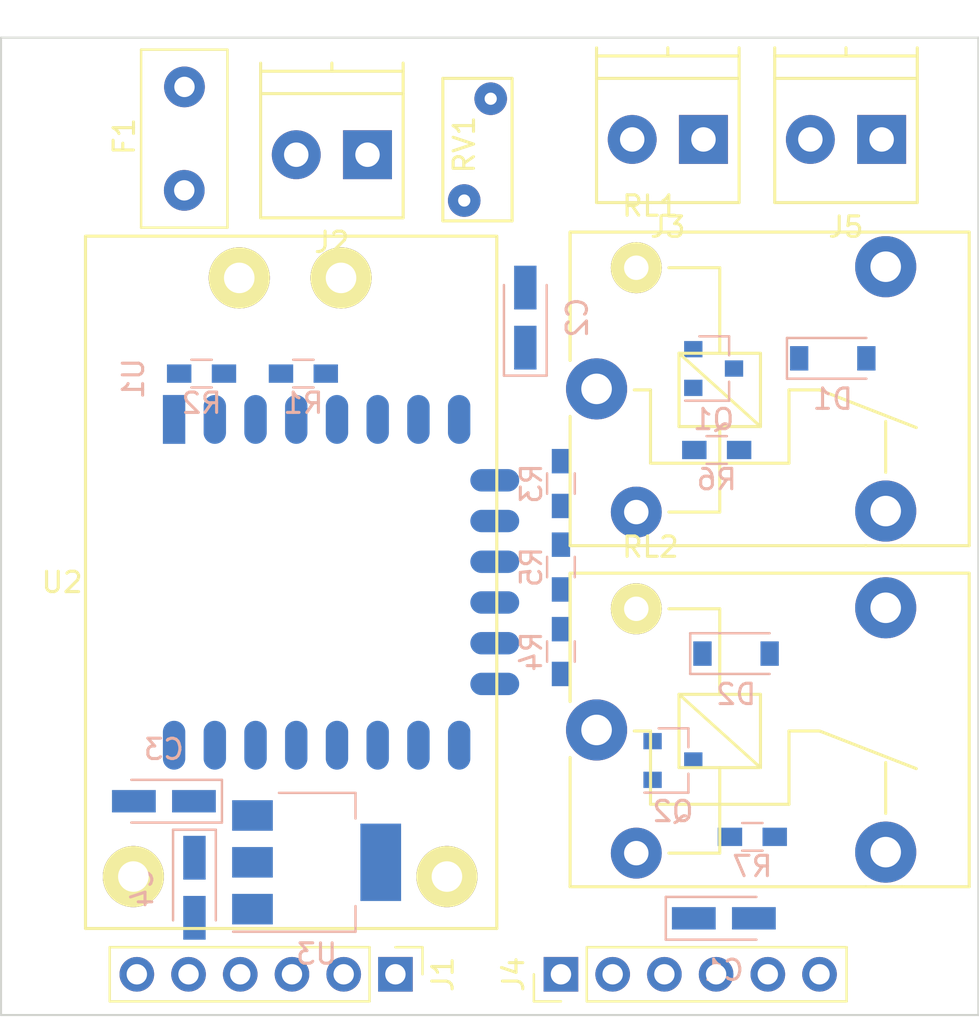
<source format=kicad_pcb>
(kicad_pcb (version 20170123) (host pcbnew no-vcs-found-aeac415~59~ubuntu16.04.1)

  (general
    (thickness 1.6)
    (drawings 4)
    (tracks 0)
    (zones 0)
    (modules 27)
    (nets 23)
  )

  (page A4)
  (layers
    (0 F.Cu signal)
    (31 B.Cu signal)
    (32 B.Adhes user)
    (33 F.Adhes user)
    (34 B.Paste user)
    (35 F.Paste user)
    (36 B.SilkS user)
    (37 F.SilkS user)
    (38 B.Mask user)
    (39 F.Mask user)
    (40 Dwgs.User user)
    (41 Cmts.User user)
    (42 Eco1.User user)
    (43 Eco2.User user)
    (44 Edge.Cuts user)
    (45 Margin user)
    (46 B.CrtYd user)
    (47 F.CrtYd user)
    (48 B.Fab user)
    (49 F.Fab user)
  )

  (setup
    (last_trace_width 0.25)
    (trace_clearance 0)
    (zone_clearance 0.508)
    (zone_45_only no)
    (trace_min 0.2)
    (segment_width 0.2)
    (edge_width 0.1)
    (via_size 0.8)
    (via_drill 0.4)
    (via_min_size 0.4)
    (via_min_drill 0.3)
    (uvia_size 0.3)
    (uvia_drill 0.1)
    (uvias_allowed no)
    (uvia_min_size 0.2)
    (uvia_min_drill 0.1)
    (pcb_text_width 0.3)
    (pcb_text_size 1.5 1.5)
    (mod_edge_width 0.15)
    (mod_text_size 1 1)
    (mod_text_width 0.15)
    (pad_size 1.5 1.5)
    (pad_drill 0.6)
    (pad_to_mask_clearance 0)
    (aux_axis_origin 0 0)
    (visible_elements FFFFFF7F)
    (pcbplotparams
      (layerselection 0x00030_ffffffff)
      (usegerberextensions false)
      (excludeedgelayer true)
      (linewidth 0.100000)
      (plotframeref false)
      (viasonmask false)
      (mode 1)
      (useauxorigin false)
      (hpglpennumber 1)
      (hpglpenspeed 20)
      (hpglpendiameter 15)
      (psnegative false)
      (psa4output false)
      (plotreference true)
      (plotvalue true)
      (plotinvisibletext false)
      (padsonsilk false)
      (subtractmaskfromsilk false)
      (outputformat 1)
      (mirror false)
      (drillshape 1)
      (scaleselection 1)
      (outputdirectory ""))
  )

  (net 0 "")
  (net 1 GND)
  (net 2 /RESET)
  (net 3 +3V3)
  (net 4 "Net-(F1-Pad2)")
  (net 5 /RX)
  (net 6 /TX)
  (net 7 /DTR)
  (net 8 "Net-(Q1-Pad1)")
  (net 9 "Net-(Q2-Pad1)")
  (net 10 "Net-(R3-Pad2)")
  (net 11 "Net-(R5-Pad1)")
  (net 12 +5V)
  (net 13 "Net-(D1-Pad2)")
  (net 14 "Net-(D2-Pad2)")
  (net 15 /L)
  (net 16 /N)
  (net 17 /REL_SW1)
  (net 18 /REL_SW2)
  (net 19 /RELAY_CH1)
  (net 20 /RELAY_CH2)
  (net 21 /433_RX_DATA)
  (net 22 "Net-(R1-Pad1)")

  (net_class Default "This is the default net class."
    (clearance 0)
    (trace_width 0.25)
    (via_dia 0.8)
    (via_drill 0.4)
    (uvia_dia 0.3)
    (uvia_drill 0.1)
    (add_net +3V3)
    (add_net +5V)
    (add_net /433_RX_DATA)
    (add_net /DTR)
    (add_net /L)
    (add_net /N)
    (add_net /RELAY_CH1)
    (add_net /RELAY_CH2)
    (add_net /REL_SW1)
    (add_net /REL_SW2)
    (add_net /RESET)
    (add_net /RX)
    (add_net /TX)
    (add_net GND)
    (add_net "Net-(D1-Pad2)")
    (add_net "Net-(D2-Pad2)")
    (add_net "Net-(F1-Pad2)")
    (add_net "Net-(Q1-Pad1)")
    (add_net "Net-(Q2-Pad1)")
    (add_net "Net-(R1-Pad1)")
    (add_net "Net-(R3-Pad2)")
    (add_net "Net-(R5-Pad1)")
  )

  (module Diodes_SMD:D_SOD-123 (layer B.Cu) (tedit 58645DC7) (tstamp 59A00FF6)
    (at 140.85 65.75)
    (descr SOD-123)
    (tags SOD-123)
    (path /599FBCC4)
    (attr smd)
    (fp_text reference D1 (at 0 2) (layer B.SilkS)
      (effects (font (size 1 1) (thickness 0.15)) (justify mirror))
    )
    (fp_text value 1N4148 (at 0 -2.1) (layer B.Fab)
      (effects (font (size 1 1) (thickness 0.15)) (justify mirror))
    )
    (fp_text user %R (at 0 2) (layer B.Fab)
      (effects (font (size 1 1) (thickness 0.15)) (justify mirror))
    )
    (fp_line (start -2.25 1) (end -2.25 -1) (layer B.SilkS) (width 0.12))
    (fp_line (start 0.25 0) (end 0.75 0) (layer B.Fab) (width 0.1))
    (fp_line (start 0.25 -0.4) (end -0.35 0) (layer B.Fab) (width 0.1))
    (fp_line (start 0.25 0.4) (end 0.25 -0.4) (layer B.Fab) (width 0.1))
    (fp_line (start -0.35 0) (end 0.25 0.4) (layer B.Fab) (width 0.1))
    (fp_line (start -0.35 0) (end -0.35 -0.55) (layer B.Fab) (width 0.1))
    (fp_line (start -0.35 0) (end -0.35 0.55) (layer B.Fab) (width 0.1))
    (fp_line (start -0.75 0) (end -0.35 0) (layer B.Fab) (width 0.1))
    (fp_line (start -1.4 -0.9) (end -1.4 0.9) (layer B.Fab) (width 0.1))
    (fp_line (start 1.4 -0.9) (end -1.4 -0.9) (layer B.Fab) (width 0.1))
    (fp_line (start 1.4 0.9) (end 1.4 -0.9) (layer B.Fab) (width 0.1))
    (fp_line (start -1.4 0.9) (end 1.4 0.9) (layer B.Fab) (width 0.1))
    (fp_line (start -2.35 1.15) (end 2.35 1.15) (layer B.CrtYd) (width 0.05))
    (fp_line (start 2.35 1.15) (end 2.35 -1.15) (layer B.CrtYd) (width 0.05))
    (fp_line (start 2.35 -1.15) (end -2.35 -1.15) (layer B.CrtYd) (width 0.05))
    (fp_line (start -2.35 1.15) (end -2.35 -1.15) (layer B.CrtYd) (width 0.05))
    (fp_line (start -2.25 -1) (end 1.65 -1) (layer B.SilkS) (width 0.12))
    (fp_line (start -2.25 1) (end 1.65 1) (layer B.SilkS) (width 0.12))
    (pad 1 smd rect (at -1.65 0) (size 0.9 1.2) (layers B.Cu B.Paste B.Mask)
      (net 12 +5V))
    (pad 2 smd rect (at 1.65 0) (size 0.9 1.2) (layers B.Cu B.Paste B.Mask)
      (net 13 "Net-(D1-Pad2)"))
    (model ${KISYS3DMOD}/SOD_Packages_SMD.3dshapes/SOD123.stp
      (at (xyz 0 0 0))
      (scale (xyz 1 1 1))
      (rotate (xyz 0 0 90))
    )
  )

  (module Diodes_SMD:D_SOD-123 (layer B.Cu) (tedit 58645DC7) (tstamp 59A0100F)
    (at 136.1 80.25)
    (descr SOD-123)
    (tags SOD-123)
    (path /599F3D16)
    (attr smd)
    (fp_text reference D2 (at 0 2) (layer B.SilkS)
      (effects (font (size 1 1) (thickness 0.15)) (justify mirror))
    )
    (fp_text value 1N4148 (at 0 -2.1) (layer B.Fab)
      (effects (font (size 1 1) (thickness 0.15)) (justify mirror))
    )
    (fp_line (start -2.25 1) (end 1.65 1) (layer B.SilkS) (width 0.12))
    (fp_line (start -2.25 -1) (end 1.65 -1) (layer B.SilkS) (width 0.12))
    (fp_line (start -2.35 1.15) (end -2.35 -1.15) (layer B.CrtYd) (width 0.05))
    (fp_line (start 2.35 -1.15) (end -2.35 -1.15) (layer B.CrtYd) (width 0.05))
    (fp_line (start 2.35 1.15) (end 2.35 -1.15) (layer B.CrtYd) (width 0.05))
    (fp_line (start -2.35 1.15) (end 2.35 1.15) (layer B.CrtYd) (width 0.05))
    (fp_line (start -1.4 0.9) (end 1.4 0.9) (layer B.Fab) (width 0.1))
    (fp_line (start 1.4 0.9) (end 1.4 -0.9) (layer B.Fab) (width 0.1))
    (fp_line (start 1.4 -0.9) (end -1.4 -0.9) (layer B.Fab) (width 0.1))
    (fp_line (start -1.4 -0.9) (end -1.4 0.9) (layer B.Fab) (width 0.1))
    (fp_line (start -0.75 0) (end -0.35 0) (layer B.Fab) (width 0.1))
    (fp_line (start -0.35 0) (end -0.35 0.55) (layer B.Fab) (width 0.1))
    (fp_line (start -0.35 0) (end -0.35 -0.55) (layer B.Fab) (width 0.1))
    (fp_line (start -0.35 0) (end 0.25 0.4) (layer B.Fab) (width 0.1))
    (fp_line (start 0.25 0.4) (end 0.25 -0.4) (layer B.Fab) (width 0.1))
    (fp_line (start 0.25 -0.4) (end -0.35 0) (layer B.Fab) (width 0.1))
    (fp_line (start 0.25 0) (end 0.75 0) (layer B.Fab) (width 0.1))
    (fp_line (start -2.25 1) (end -2.25 -1) (layer B.SilkS) (width 0.12))
    (fp_text user %R (at 0 2) (layer B.Fab)
      (effects (font (size 1 1) (thickness 0.15)) (justify mirror))
    )
    (pad 2 smd rect (at 1.65 0) (size 0.9 1.2) (layers B.Cu B.Paste B.Mask)
      (net 14 "Net-(D2-Pad2)"))
    (pad 1 smd rect (at -1.65 0) (size 0.9 1.2) (layers B.Cu B.Paste B.Mask)
      (net 12 +5V))
    (model ${KISYS3DMOD}/SOD_Packages_SMD.3dshapes/SOD123.stp
      (at (xyz 0 0 0))
      (scale (xyz 1 1 1))
      (rotate (xyz 0 0 90))
    )
  )

  (module Pin_Headers:Pin_Header_Straight_1x06_Pitch2.54mm (layer F.Cu) (tedit 59650532) (tstamp 59A010AF)
    (at 127.5 96 90)
    (descr "Through hole straight pin header, 1x06, 2.54mm pitch, single row")
    (tags "Through hole pin header THT 1x06 2.54mm single row")
    (path /59A0F431)
    (fp_text reference J4 (at 0 -2.33 90) (layer F.SilkS)
      (effects (font (size 1 1) (thickness 0.15)))
    )
    (fp_text value H3V4F (at 0 15.03 90) (layer F.Fab)
      (effects (font (size 1 1) (thickness 0.15)))
    )
    (fp_text user %R (at 0 6.35 180) (layer F.Fab)
      (effects (font (size 1 1) (thickness 0.15)))
    )
    (fp_line (start 1.8 -1.8) (end -1.8 -1.8) (layer F.CrtYd) (width 0.05))
    (fp_line (start 1.8 14.5) (end 1.8 -1.8) (layer F.CrtYd) (width 0.05))
    (fp_line (start -1.8 14.5) (end 1.8 14.5) (layer F.CrtYd) (width 0.05))
    (fp_line (start -1.8 -1.8) (end -1.8 14.5) (layer F.CrtYd) (width 0.05))
    (fp_line (start -1.33 -1.33) (end 0 -1.33) (layer F.SilkS) (width 0.12))
    (fp_line (start -1.33 0) (end -1.33 -1.33) (layer F.SilkS) (width 0.12))
    (fp_line (start -1.33 1.27) (end 1.33 1.27) (layer F.SilkS) (width 0.12))
    (fp_line (start 1.33 1.27) (end 1.33 14.03) (layer F.SilkS) (width 0.12))
    (fp_line (start -1.33 1.27) (end -1.33 14.03) (layer F.SilkS) (width 0.12))
    (fp_line (start -1.33 14.03) (end 1.33 14.03) (layer F.SilkS) (width 0.12))
    (fp_line (start -1.27 -0.635) (end -0.635 -1.27) (layer F.Fab) (width 0.1))
    (fp_line (start -1.27 13.97) (end -1.27 -0.635) (layer F.Fab) (width 0.1))
    (fp_line (start 1.27 13.97) (end -1.27 13.97) (layer F.Fab) (width 0.1))
    (fp_line (start 1.27 -1.27) (end 1.27 13.97) (layer F.Fab) (width 0.1))
    (fp_line (start -0.635 -1.27) (end 1.27 -1.27) (layer F.Fab) (width 0.1))
    (pad 6 thru_hole oval (at 0 12.7 90) (size 1.7 1.7) (drill 1) (layers *.Cu *.Mask)
      (net 1 GND))
    (pad 5 thru_hole oval (at 0 10.16 90) (size 1.7 1.7) (drill 1) (layers *.Cu *.Mask)
      (net 21 /433_RX_DATA))
    (pad 4 thru_hole oval (at 0 7.62 90) (size 1.7 1.7) (drill 1) (layers *.Cu *.Mask)
      (net 21 /433_RX_DATA))
    (pad 3 thru_hole oval (at 0 5.08 90) (size 1.7 1.7) (drill 1) (layers *.Cu *.Mask)
      (net 3 +3V3))
    (pad 2 thru_hole oval (at 0 2.54 90) (size 1.7 1.7) (drill 1) (layers *.Cu *.Mask)
      (net 1 GND))
    (pad 1 thru_hole rect (at 0 0 90) (size 1.7 1.7) (drill 1) (layers *.Cu *.Mask))
    (model ${KISYS3DMOD}/Pin_Headers.3dshapes/PinHeader_Straight_1x06x2.54mm.stp
      (at (xyz 0 0 0))
      (scale (xyz 1 1 1))
      (rotate (xyz 0 0 0))
    )
  )

  (module TO_SOT_Packages_SMD:SOT-23 (layer B.Cu) (tedit 58CE4E7E) (tstamp 59A010D7)
    (at 135 66.25)
    (descr "SOT-23, Standard")
    (tags SOT-23)
    (path /599FBCB7)
    (attr smd)
    (fp_text reference Q1 (at 0 2.5) (layer B.SilkS)
      (effects (font (size 1 1) (thickness 0.15)) (justify mirror))
    )
    (fp_text value MMBT2222 (at 0 -2.5) (layer B.Fab)
      (effects (font (size 1 1) (thickness 0.15)) (justify mirror))
    )
    (fp_line (start 0.76 -1.58) (end -0.7 -1.58) (layer B.SilkS) (width 0.12))
    (fp_line (start 0.76 1.58) (end -1.4 1.58) (layer B.SilkS) (width 0.12))
    (fp_line (start -1.7 -1.75) (end -1.7 1.75) (layer B.CrtYd) (width 0.05))
    (fp_line (start 1.7 -1.75) (end -1.7 -1.75) (layer B.CrtYd) (width 0.05))
    (fp_line (start 1.7 1.75) (end 1.7 -1.75) (layer B.CrtYd) (width 0.05))
    (fp_line (start -1.7 1.75) (end 1.7 1.75) (layer B.CrtYd) (width 0.05))
    (fp_line (start 0.76 1.58) (end 0.76 0.65) (layer B.SilkS) (width 0.12))
    (fp_line (start 0.76 -1.58) (end 0.76 -0.65) (layer B.SilkS) (width 0.12))
    (fp_line (start -0.7 -1.52) (end 0.7 -1.52) (layer B.Fab) (width 0.1))
    (fp_line (start 0.7 1.52) (end 0.7 -1.52) (layer B.Fab) (width 0.1))
    (fp_line (start -0.7 0.95) (end -0.15 1.52) (layer B.Fab) (width 0.1))
    (fp_line (start -0.15 1.52) (end 0.7 1.52) (layer B.Fab) (width 0.1))
    (fp_line (start -0.7 0.95) (end -0.7 -1.5) (layer B.Fab) (width 0.1))
    (fp_text user %R (at 0 0 -90) (layer B.Fab)
      (effects (font (size 0.5 0.5) (thickness 0.075)) (justify mirror))
    )
    (pad 3 smd rect (at 1 0) (size 0.9 0.8) (layers B.Cu B.Paste B.Mask)
      (net 13 "Net-(D1-Pad2)"))
    (pad 2 smd rect (at -1 -0.95) (size 0.9 0.8) (layers B.Cu B.Paste B.Mask)
      (net 1 GND))
    (pad 1 smd rect (at -1 0.95) (size 0.9 0.8) (layers B.Cu B.Paste B.Mask)
      (net 8 "Net-(Q1-Pad1)"))
    (model ${KISYS3DMOD}/SOT_Packages_SMD.3dshapes/SOT23-3.stp
      (at (xyz 0 0 0))
      (scale (xyz 1 1 1))
      (rotate (xyz 0 0 0))
    )
  )

  (module TO_SOT_Packages_SMD:SOT-23 (layer B.Cu) (tedit 58CE4E7E) (tstamp 59A010EC)
    (at 133 85.5)
    (descr "SOT-23, Standard")
    (tags SOT-23)
    (path /599BD0E0)
    (attr smd)
    (fp_text reference Q2 (at 0 2.5) (layer B.SilkS)
      (effects (font (size 1 1) (thickness 0.15)) (justify mirror))
    )
    (fp_text value MMBT2222 (at 0 -2.5) (layer B.Fab)
      (effects (font (size 1 1) (thickness 0.15)) (justify mirror))
    )
    (fp_text user %R (at 0 0 -90) (layer B.Fab)
      (effects (font (size 0.5 0.5) (thickness 0.075)) (justify mirror))
    )
    (fp_line (start -0.7 0.95) (end -0.7 -1.5) (layer B.Fab) (width 0.1))
    (fp_line (start -0.15 1.52) (end 0.7 1.52) (layer B.Fab) (width 0.1))
    (fp_line (start -0.7 0.95) (end -0.15 1.52) (layer B.Fab) (width 0.1))
    (fp_line (start 0.7 1.52) (end 0.7 -1.52) (layer B.Fab) (width 0.1))
    (fp_line (start -0.7 -1.52) (end 0.7 -1.52) (layer B.Fab) (width 0.1))
    (fp_line (start 0.76 -1.58) (end 0.76 -0.65) (layer B.SilkS) (width 0.12))
    (fp_line (start 0.76 1.58) (end 0.76 0.65) (layer B.SilkS) (width 0.12))
    (fp_line (start -1.7 1.75) (end 1.7 1.75) (layer B.CrtYd) (width 0.05))
    (fp_line (start 1.7 1.75) (end 1.7 -1.75) (layer B.CrtYd) (width 0.05))
    (fp_line (start 1.7 -1.75) (end -1.7 -1.75) (layer B.CrtYd) (width 0.05))
    (fp_line (start -1.7 -1.75) (end -1.7 1.75) (layer B.CrtYd) (width 0.05))
    (fp_line (start 0.76 1.58) (end -1.4 1.58) (layer B.SilkS) (width 0.12))
    (fp_line (start 0.76 -1.58) (end -0.7 -1.58) (layer B.SilkS) (width 0.12))
    (pad 1 smd rect (at -1 0.95) (size 0.9 0.8) (layers B.Cu B.Paste B.Mask)
      (net 9 "Net-(Q2-Pad1)"))
    (pad 2 smd rect (at -1 -0.95) (size 0.9 0.8) (layers B.Cu B.Paste B.Mask)
      (net 1 GND))
    (pad 3 smd rect (at 1 0) (size 0.9 0.8) (layers B.Cu B.Paste B.Mask)
      (net 14 "Net-(D2-Pad2)"))
    (model ${KISYS3DMOD}/SOT_Packages_SMD.3dshapes/SOT23-3.stp
      (at (xyz 0 0 0))
      (scale (xyz 1 1 1))
      (rotate (xyz 0 0 0))
    )
  )

  (module Resistors_SMD:R_0603_HandSoldering (layer B.Cu) (tedit 58E0A804) (tstamp 59A010FD)
    (at 114.85 66.5)
    (descr "Resistor SMD 0603, hand soldering")
    (tags "resistor 0603")
    (path /58E81DD9)
    (attr smd)
    (fp_text reference R1 (at 0 1.45) (layer B.SilkS)
      (effects (font (size 1 1) (thickness 0.15)) (justify mirror))
    )
    (fp_text value 10K (at 0 -1.55) (layer B.Fab)
      (effects (font (size 1 1) (thickness 0.15)) (justify mirror))
    )
    (fp_text user %R (at 0 0) (layer B.Fab)
      (effects (font (size 0.4 0.4) (thickness 0.075)) (justify mirror))
    )
    (fp_line (start -0.8 -0.4) (end -0.8 0.4) (layer B.Fab) (width 0.1))
    (fp_line (start 0.8 -0.4) (end -0.8 -0.4) (layer B.Fab) (width 0.1))
    (fp_line (start 0.8 0.4) (end 0.8 -0.4) (layer B.Fab) (width 0.1))
    (fp_line (start -0.8 0.4) (end 0.8 0.4) (layer B.Fab) (width 0.1))
    (fp_line (start 0.5 -0.68) (end -0.5 -0.68) (layer B.SilkS) (width 0.12))
    (fp_line (start -0.5 0.68) (end 0.5 0.68) (layer B.SilkS) (width 0.12))
    (fp_line (start -1.96 0.7) (end 1.95 0.7) (layer B.CrtYd) (width 0.05))
    (fp_line (start -1.96 0.7) (end -1.96 -0.7) (layer B.CrtYd) (width 0.05))
    (fp_line (start 1.95 -0.7) (end 1.95 0.7) (layer B.CrtYd) (width 0.05))
    (fp_line (start 1.95 -0.7) (end -1.96 -0.7) (layer B.CrtYd) (width 0.05))
    (pad 1 smd rect (at -1.1 0) (size 1.2 0.9) (layers B.Cu B.Paste B.Mask)
      (net 22 "Net-(R1-Pad1)"))
    (pad 2 smd rect (at 1.1 0) (size 1.2 0.9) (layers B.Cu B.Paste B.Mask)
      (net 3 +3V3))
    (model ${KISYS3DMOD}/Resistors_SMD.3dshapes/R_0603.wrl
      (at (xyz 0 0 0))
      (scale (xyz 1 1 1))
      (rotate (xyz 0 0 0))
    )
  )

  (module Resistors_SMD:R_0603_HandSoldering (layer B.Cu) (tedit 58E0A804) (tstamp 59A0110E)
    (at 109.85 66.5)
    (descr "Resistor SMD 0603, hand soldering")
    (tags "resistor 0603")
    (path /58E85927)
    (attr smd)
    (fp_text reference R2 (at 0 1.45) (layer B.SilkS)
      (effects (font (size 1 1) (thickness 0.15)) (justify mirror))
    )
    (fp_text value 10K (at 0 -1.55) (layer B.Fab)
      (effects (font (size 1 1) (thickness 0.15)) (justify mirror))
    )
    (fp_line (start 1.95 -0.7) (end -1.96 -0.7) (layer B.CrtYd) (width 0.05))
    (fp_line (start 1.95 -0.7) (end 1.95 0.7) (layer B.CrtYd) (width 0.05))
    (fp_line (start -1.96 0.7) (end -1.96 -0.7) (layer B.CrtYd) (width 0.05))
    (fp_line (start -1.96 0.7) (end 1.95 0.7) (layer B.CrtYd) (width 0.05))
    (fp_line (start -0.5 0.68) (end 0.5 0.68) (layer B.SilkS) (width 0.12))
    (fp_line (start 0.5 -0.68) (end -0.5 -0.68) (layer B.SilkS) (width 0.12))
    (fp_line (start -0.8 0.4) (end 0.8 0.4) (layer B.Fab) (width 0.1))
    (fp_line (start 0.8 0.4) (end 0.8 -0.4) (layer B.Fab) (width 0.1))
    (fp_line (start 0.8 -0.4) (end -0.8 -0.4) (layer B.Fab) (width 0.1))
    (fp_line (start -0.8 -0.4) (end -0.8 0.4) (layer B.Fab) (width 0.1))
    (fp_text user %R (at 0 0) (layer B.Fab)
      (effects (font (size 0.4 0.4) (thickness 0.075)) (justify mirror))
    )
    (pad 2 smd rect (at 1.1 0) (size 1.2 0.9) (layers B.Cu B.Paste B.Mask)
      (net 3 +3V3))
    (pad 1 smd rect (at -1.1 0) (size 1.2 0.9) (layers B.Cu B.Paste B.Mask)
      (net 2 /RESET))
    (model ${KISYS3DMOD}/Resistors_SMD.3dshapes/R_0603.wrl
      (at (xyz 0 0 0))
      (scale (xyz 1 1 1))
      (rotate (xyz 0 0 0))
    )
  )

  (module Resistors_SMD:R_0603_HandSoldering (layer B.Cu) (tedit 58E0A804) (tstamp 59A0111F)
    (at 127.5 71.9 270)
    (descr "Resistor SMD 0603, hand soldering")
    (tags "resistor 0603")
    (path /58E830AB)
    (attr smd)
    (fp_text reference R3 (at 0 1.45 270) (layer B.SilkS)
      (effects (font (size 1 1) (thickness 0.15)) (justify mirror))
    )
    (fp_text value 10K (at 0 -1.55 270) (layer B.Fab)
      (effects (font (size 1 1) (thickness 0.15)) (justify mirror))
    )
    (fp_line (start 1.95 -0.7) (end -1.96 -0.7) (layer B.CrtYd) (width 0.05))
    (fp_line (start 1.95 -0.7) (end 1.95 0.7) (layer B.CrtYd) (width 0.05))
    (fp_line (start -1.96 0.7) (end -1.96 -0.7) (layer B.CrtYd) (width 0.05))
    (fp_line (start -1.96 0.7) (end 1.95 0.7) (layer B.CrtYd) (width 0.05))
    (fp_line (start -0.5 0.68) (end 0.5 0.68) (layer B.SilkS) (width 0.12))
    (fp_line (start 0.5 -0.68) (end -0.5 -0.68) (layer B.SilkS) (width 0.12))
    (fp_line (start -0.8 0.4) (end 0.8 0.4) (layer B.Fab) (width 0.1))
    (fp_line (start 0.8 0.4) (end 0.8 -0.4) (layer B.Fab) (width 0.1))
    (fp_line (start 0.8 -0.4) (end -0.8 -0.4) (layer B.Fab) (width 0.1))
    (fp_line (start -0.8 -0.4) (end -0.8 0.4) (layer B.Fab) (width 0.1))
    (fp_text user %R (at 0 0 270) (layer B.Fab)
      (effects (font (size 0.4 0.4) (thickness 0.075)) (justify mirror))
    )
    (pad 2 smd rect (at 1.1 0 270) (size 1.2 0.9) (layers B.Cu B.Paste B.Mask)
      (net 10 "Net-(R3-Pad2)"))
    (pad 1 smd rect (at -1.1 0 270) (size 1.2 0.9) (layers B.Cu B.Paste B.Mask)
      (net 1 GND))
    (model ${KISYS3DMOD}/Resistors_SMD.3dshapes/R_0603.wrl
      (at (xyz 0 0 0))
      (scale (xyz 1 1 1))
      (rotate (xyz 0 0 0))
    )
  )

  (module Resistors_SMD:R_0603_HandSoldering (layer B.Cu) (tedit 58E0A804) (tstamp 59A01130)
    (at 127.5 80.15 270)
    (descr "Resistor SMD 0603, hand soldering")
    (tags "resistor 0603")
    (path /58E7D822)
    (attr smd)
    (fp_text reference R4 (at 0 1.45 270) (layer B.SilkS)
      (effects (font (size 1 1) (thickness 0.15)) (justify mirror))
    )
    (fp_text value 10K (at 0 -1.55 270) (layer B.Fab)
      (effects (font (size 1 1) (thickness 0.15)) (justify mirror))
    )
    (fp_text user %R (at 0 0 270) (layer B.Fab)
      (effects (font (size 0.4 0.4) (thickness 0.075)) (justify mirror))
    )
    (fp_line (start -0.8 -0.4) (end -0.8 0.4) (layer B.Fab) (width 0.1))
    (fp_line (start 0.8 -0.4) (end -0.8 -0.4) (layer B.Fab) (width 0.1))
    (fp_line (start 0.8 0.4) (end 0.8 -0.4) (layer B.Fab) (width 0.1))
    (fp_line (start -0.8 0.4) (end 0.8 0.4) (layer B.Fab) (width 0.1))
    (fp_line (start 0.5 -0.68) (end -0.5 -0.68) (layer B.SilkS) (width 0.12))
    (fp_line (start -0.5 0.68) (end 0.5 0.68) (layer B.SilkS) (width 0.12))
    (fp_line (start -1.96 0.7) (end 1.95 0.7) (layer B.CrtYd) (width 0.05))
    (fp_line (start -1.96 0.7) (end -1.96 -0.7) (layer B.CrtYd) (width 0.05))
    (fp_line (start 1.95 -0.7) (end 1.95 0.7) (layer B.CrtYd) (width 0.05))
    (fp_line (start 1.95 -0.7) (end -1.96 -0.7) (layer B.CrtYd) (width 0.05))
    (pad 1 smd rect (at -1.1 0 270) (size 1.2 0.9) (layers B.Cu B.Paste B.Mask)
      (net 7 /DTR))
    (pad 2 smd rect (at 1.1 0 270) (size 1.2 0.9) (layers B.Cu B.Paste B.Mask)
      (net 3 +3V3))
    (model ${KISYS3DMOD}/Resistors_SMD.3dshapes/R_0603.wrl
      (at (xyz 0 0 0))
      (scale (xyz 1 1 1))
      (rotate (xyz 0 0 0))
    )
  )

  (module Resistors_SMD:R_0603_HandSoldering (layer B.Cu) (tedit 58E0A804) (tstamp 59A01141)
    (at 127.5 76 270)
    (descr "Resistor SMD 0603, hand soldering")
    (tags "resistor 0603")
    (path /58E7EA7B)
    (attr smd)
    (fp_text reference R5 (at 0 1.45 270) (layer B.SilkS)
      (effects (font (size 1 1) (thickness 0.15)) (justify mirror))
    )
    (fp_text value 10K (at 0 -1.55 270) (layer B.Fab)
      (effects (font (size 1 1) (thickness 0.15)) (justify mirror))
    )
    (fp_line (start 1.95 -0.7) (end -1.96 -0.7) (layer B.CrtYd) (width 0.05))
    (fp_line (start 1.95 -0.7) (end 1.95 0.7) (layer B.CrtYd) (width 0.05))
    (fp_line (start -1.96 0.7) (end -1.96 -0.7) (layer B.CrtYd) (width 0.05))
    (fp_line (start -1.96 0.7) (end 1.95 0.7) (layer B.CrtYd) (width 0.05))
    (fp_line (start -0.5 0.68) (end 0.5 0.68) (layer B.SilkS) (width 0.12))
    (fp_line (start 0.5 -0.68) (end -0.5 -0.68) (layer B.SilkS) (width 0.12))
    (fp_line (start -0.8 0.4) (end 0.8 0.4) (layer B.Fab) (width 0.1))
    (fp_line (start 0.8 0.4) (end 0.8 -0.4) (layer B.Fab) (width 0.1))
    (fp_line (start 0.8 -0.4) (end -0.8 -0.4) (layer B.Fab) (width 0.1))
    (fp_line (start -0.8 -0.4) (end -0.8 0.4) (layer B.Fab) (width 0.1))
    (fp_text user %R (at 0 0 270) (layer B.Fab)
      (effects (font (size 0.4 0.4) (thickness 0.075)) (justify mirror))
    )
    (pad 2 smd rect (at 1.1 0 270) (size 1.2 0.9) (layers B.Cu B.Paste B.Mask)
      (net 3 +3V3))
    (pad 1 smd rect (at -1.1 0 270) (size 1.2 0.9) (layers B.Cu B.Paste B.Mask)
      (net 11 "Net-(R5-Pad1)"))
    (model ${KISYS3DMOD}/Resistors_SMD.3dshapes/R_0603.wrl
      (at (xyz 0 0 0))
      (scale (xyz 1 1 1))
      (rotate (xyz 0 0 0))
    )
  )

  (module Resistors_SMD:R_0603_HandSoldering (layer B.Cu) (tedit 58E0A804) (tstamp 59A01152)
    (at 135.15 70.25)
    (descr "Resistor SMD 0603, hand soldering")
    (tags "resistor 0603")
    (path /599FBCBD)
    (attr smd)
    (fp_text reference R6 (at 0 1.45) (layer B.SilkS)
      (effects (font (size 1 1) (thickness 0.15)) (justify mirror))
    )
    (fp_text value 5K6 (at 0 -1.55) (layer B.Fab)
      (effects (font (size 1 1) (thickness 0.15)) (justify mirror))
    )
    (fp_text user %R (at 0 0) (layer B.Fab)
      (effects (font (size 0.4 0.4) (thickness 0.075)) (justify mirror))
    )
    (fp_line (start -0.8 -0.4) (end -0.8 0.4) (layer B.Fab) (width 0.1))
    (fp_line (start 0.8 -0.4) (end -0.8 -0.4) (layer B.Fab) (width 0.1))
    (fp_line (start 0.8 0.4) (end 0.8 -0.4) (layer B.Fab) (width 0.1))
    (fp_line (start -0.8 0.4) (end 0.8 0.4) (layer B.Fab) (width 0.1))
    (fp_line (start 0.5 -0.68) (end -0.5 -0.68) (layer B.SilkS) (width 0.12))
    (fp_line (start -0.5 0.68) (end 0.5 0.68) (layer B.SilkS) (width 0.12))
    (fp_line (start -1.96 0.7) (end 1.95 0.7) (layer B.CrtYd) (width 0.05))
    (fp_line (start -1.96 0.7) (end -1.96 -0.7) (layer B.CrtYd) (width 0.05))
    (fp_line (start 1.95 -0.7) (end 1.95 0.7) (layer B.CrtYd) (width 0.05))
    (fp_line (start 1.95 -0.7) (end -1.96 -0.7) (layer B.CrtYd) (width 0.05))
    (pad 1 smd rect (at -1.1 0) (size 1.2 0.9) (layers B.Cu B.Paste B.Mask)
      (net 8 "Net-(Q1-Pad1)"))
    (pad 2 smd rect (at 1.1 0) (size 1.2 0.9) (layers B.Cu B.Paste B.Mask)
      (net 19 /RELAY_CH1))
    (model ${KISYS3DMOD}/Resistors_SMD.3dshapes/R_0603.wrl
      (at (xyz 0 0 0))
      (scale (xyz 1 1 1))
      (rotate (xyz 0 0 0))
    )
  )

  (module Resistors_SMD:R_0603_HandSoldering (layer B.Cu) (tedit 58E0A804) (tstamp 59A01163)
    (at 136.9 89.25)
    (descr "Resistor SMD 0603, hand soldering")
    (tags "resistor 0603")
    (path /599EF9F6)
    (attr smd)
    (fp_text reference R7 (at 0 1.45) (layer B.SilkS)
      (effects (font (size 1 1) (thickness 0.15)) (justify mirror))
    )
    (fp_text value 5K6 (at 0 -1.55) (layer B.Fab)
      (effects (font (size 1 1) (thickness 0.15)) (justify mirror))
    )
    (fp_line (start 1.95 -0.7) (end -1.96 -0.7) (layer B.CrtYd) (width 0.05))
    (fp_line (start 1.95 -0.7) (end 1.95 0.7) (layer B.CrtYd) (width 0.05))
    (fp_line (start -1.96 0.7) (end -1.96 -0.7) (layer B.CrtYd) (width 0.05))
    (fp_line (start -1.96 0.7) (end 1.95 0.7) (layer B.CrtYd) (width 0.05))
    (fp_line (start -0.5 0.68) (end 0.5 0.68) (layer B.SilkS) (width 0.12))
    (fp_line (start 0.5 -0.68) (end -0.5 -0.68) (layer B.SilkS) (width 0.12))
    (fp_line (start -0.8 0.4) (end 0.8 0.4) (layer B.Fab) (width 0.1))
    (fp_line (start 0.8 0.4) (end 0.8 -0.4) (layer B.Fab) (width 0.1))
    (fp_line (start 0.8 -0.4) (end -0.8 -0.4) (layer B.Fab) (width 0.1))
    (fp_line (start -0.8 -0.4) (end -0.8 0.4) (layer B.Fab) (width 0.1))
    (fp_text user %R (at 0 0) (layer B.Fab)
      (effects (font (size 0.4 0.4) (thickness 0.075)) (justify mirror))
    )
    (pad 2 smd rect (at 1.1 0) (size 1.2 0.9) (layers B.Cu B.Paste B.Mask)
      (net 20 /RELAY_CH2))
    (pad 1 smd rect (at -1.1 0) (size 1.2 0.9) (layers B.Cu B.Paste B.Mask)
      (net 9 "Net-(Q2-Pad1)"))
    (model ${KISYS3DMOD}/Resistors_SMD.3dshapes/R_0603.wrl
      (at (xyz 0 0 0))
      (scale (xyz 1 1 1))
      (rotate (xyz 0 0 0))
    )
  )

  (module myfootprints:RM50_P (layer F.Cu) (tedit 58D90598) (tstamp 59A01184)
    (at 129.25 67.25)
    (descr "relay, Sanyou SRD series Form C")
    (path /599FBCB1)
    (fp_text reference RL1 (at 2.643 -8.9845) (layer F.SilkS)
      (effects (font (size 1 1) (thickness 0.15)))
    )
    (fp_text value RM50-SP (at 8.231 -8.9845) (layer F.Fab)
      (effects (font (size 1 1) (thickness 0.15)))
    )
    (fp_line (start 13.2 7.7) (end 15 7.7) (layer F.SilkS) (width 0.15))
    (fp_line (start 15 7.7) (end 18.3 7.7) (layer F.SilkS) (width 0.15))
    (fp_line (start 18.3 7.7) (end 18.3 -7.7) (layer F.SilkS) (width 0.15))
    (fp_line (start -1.3 1.35) (end -1.3 7.7) (layer F.SilkS) (width 0.15))
    (fp_line (start -1.3 7.7) (end 13.25 7.7) (layer F.SilkS) (width 0.15))
    (fp_line (start -1.3 -1.4) (end -1.3 -7.7) (layer F.SilkS) (width 0.15))
    (fp_line (start -1.3 -7.7) (end 18.3 -7.7) (layer F.SilkS) (width 0.15))
    (fp_line (start -1.3 -7.65) (end -1.3 -1.4) (layer F.SilkS) (width 0.15))
    (fp_line (start 14.2 1.6) (end 14.2 4.1) (layer F.SilkS) (width 0.15))
    (fp_line (start 3.55 6.05) (end 6.05 6.05) (layer F.SilkS) (width 0.15))
    (fp_line (start 2.65 0.05) (end 1.85 0.05) (layer F.SilkS) (width 0.15))
    (fp_line (start 6.05 -5.95) (end 3.55 -5.95) (layer F.SilkS) (width 0.15))
    (fp_line (start 9.45 0.05) (end 10.95 0.05) (layer F.SilkS) (width 0.15))
    (fp_line (start 10.95 0.05) (end 15.7 1.9) (layer F.SilkS) (width 0.15))
    (fp_line (start 9.45 3.65) (end 2.65 3.65) (layer F.SilkS) (width 0.15))
    (fp_line (start 9.45 0.05) (end 9.45 3.65) (layer F.SilkS) (width 0.15))
    (fp_line (start 2.65 0.05) (end 2.65 3.65) (layer F.SilkS) (width 0.15))
    (fp_line (start 6.05 -5.95) (end 6.05 -1.75) (layer F.SilkS) (width 0.15))
    (fp_line (start 6.05 1.85) (end 6.05 6.05) (layer F.SilkS) (width 0.15))
    (fp_line (start 8.05 1.85) (end 4.05 -1.75) (layer F.SilkS) (width 0.15))
    (fp_line (start 4.05 1.85) (end 4.05 -1.75) (layer F.SilkS) (width 0.15))
    (fp_line (start 4.05 -1.75) (end 8.05 -1.75) (layer F.SilkS) (width 0.15))
    (fp_line (start 8.05 -1.75) (end 8.05 1.85) (layer F.SilkS) (width 0.15))
    (fp_line (start 8.05 1.85) (end 4.05 1.85) (layer F.SilkS) (width 0.15))
    (pad A2 thru_hole circle (at 1.95 6.05 90) (size 2.5 2.5) (drill 1.2) (layers *.Cu *.Mask)
      (net 13 "Net-(D1-Pad2)"))
    (pad A1 thru_hole circle (at 1.95 -5.95 90) (size 2.5 2.5) (drill 1.2) (layers *.Cu *.Mask F.SilkS)
      (net 12 +5V))
    (pad 11 thru_hole circle (at 0 0 90) (size 3 3) (drill 1.5) (layers *.Cu *.Mask)
      (net 17 /REL_SW1))
    (pad 14 thru_hole circle (at 14.2 6 90) (size 3 3) (drill 1.5) (layers *.Cu *.Mask)
      (net 15 /L))
    (pad 12 thru_hole circle (at 14.2 -6 90) (size 3 3) (drill 1.5) (layers *.Cu *.Mask))
    (model ${KISYS3DMOD}/Relays.3dshapes/rm50.stp
      (at (xyz 0 0 0))
      (scale (xyz 1 1 1))
      (rotate (xyz 0 0 0))
    )
  )

  (module myfootprints:RM50_P (layer F.Cu) (tedit 58D90598) (tstamp 59A011A5)
    (at 129.25 84)
    (descr "relay, Sanyou SRD series Form C")
    (path /599BC807)
    (fp_text reference RL2 (at 2.643 -8.9845) (layer F.SilkS)
      (effects (font (size 1 1) (thickness 0.15)))
    )
    (fp_text value RM50-SP (at 8.231 -8.9845) (layer F.Fab)
      (effects (font (size 1 1) (thickness 0.15)))
    )
    (fp_line (start 8.05 1.85) (end 4.05 1.85) (layer F.SilkS) (width 0.15))
    (fp_line (start 8.05 -1.75) (end 8.05 1.85) (layer F.SilkS) (width 0.15))
    (fp_line (start 4.05 -1.75) (end 8.05 -1.75) (layer F.SilkS) (width 0.15))
    (fp_line (start 4.05 1.85) (end 4.05 -1.75) (layer F.SilkS) (width 0.15))
    (fp_line (start 8.05 1.85) (end 4.05 -1.75) (layer F.SilkS) (width 0.15))
    (fp_line (start 6.05 1.85) (end 6.05 6.05) (layer F.SilkS) (width 0.15))
    (fp_line (start 6.05 -5.95) (end 6.05 -1.75) (layer F.SilkS) (width 0.15))
    (fp_line (start 2.65 0.05) (end 2.65 3.65) (layer F.SilkS) (width 0.15))
    (fp_line (start 9.45 0.05) (end 9.45 3.65) (layer F.SilkS) (width 0.15))
    (fp_line (start 9.45 3.65) (end 2.65 3.65) (layer F.SilkS) (width 0.15))
    (fp_line (start 10.95 0.05) (end 15.7 1.9) (layer F.SilkS) (width 0.15))
    (fp_line (start 9.45 0.05) (end 10.95 0.05) (layer F.SilkS) (width 0.15))
    (fp_line (start 6.05 -5.95) (end 3.55 -5.95) (layer F.SilkS) (width 0.15))
    (fp_line (start 2.65 0.05) (end 1.85 0.05) (layer F.SilkS) (width 0.15))
    (fp_line (start 3.55 6.05) (end 6.05 6.05) (layer F.SilkS) (width 0.15))
    (fp_line (start 14.2 1.6) (end 14.2 4.1) (layer F.SilkS) (width 0.15))
    (fp_line (start -1.3 -7.65) (end -1.3 -1.4) (layer F.SilkS) (width 0.15))
    (fp_line (start -1.3 -7.7) (end 18.3 -7.7) (layer F.SilkS) (width 0.15))
    (fp_line (start -1.3 -1.4) (end -1.3 -7.7) (layer F.SilkS) (width 0.15))
    (fp_line (start -1.3 7.7) (end 13.25 7.7) (layer F.SilkS) (width 0.15))
    (fp_line (start -1.3 1.35) (end -1.3 7.7) (layer F.SilkS) (width 0.15))
    (fp_line (start 18.3 7.7) (end 18.3 -7.7) (layer F.SilkS) (width 0.15))
    (fp_line (start 15 7.7) (end 18.3 7.7) (layer F.SilkS) (width 0.15))
    (fp_line (start 13.2 7.7) (end 15 7.7) (layer F.SilkS) (width 0.15))
    (pad 12 thru_hole circle (at 14.2 -6 90) (size 3 3) (drill 1.5) (layers *.Cu *.Mask))
    (pad 14 thru_hole circle (at 14.2 6 90) (size 3 3) (drill 1.5) (layers *.Cu *.Mask)
      (net 15 /L))
    (pad 11 thru_hole circle (at 0 0 90) (size 3 3) (drill 1.5) (layers *.Cu *.Mask)
      (net 18 /REL_SW2))
    (pad A1 thru_hole circle (at 1.95 -5.95 90) (size 2.5 2.5) (drill 1.2) (layers *.Cu *.Mask F.SilkS)
      (net 12 +5V))
    (pad A2 thru_hole circle (at 1.95 6.05 90) (size 2.5 2.5) (drill 1.2) (layers *.Cu *.Mask)
      (net 14 "Net-(D2-Pad2)"))
    (model ${KISYS3DMOD}/Relays.3dshapes/rm50.stp
      (at (xyz 0 0 0))
      (scale (xyz 1 1 1))
      (rotate (xyz 0 0 0))
    )
  )

  (module Varistors:RV_Disc_D7_W3.4_P5 (layer F.Cu) (tedit 5529CAF8) (tstamp 59A011B3)
    (at 122.75 58 90)
    (tags "varistor SIOV")
    (path /599B9354)
    (fp_text reference RV1 (at 2.75 0 90) (layer F.SilkS)
      (effects (font (size 1 1) (thickness 0.15)))
    )
    (fp_text value Varistor (at 2.5 -2.05 90) (layer F.Fab)
      (effects (font (size 1 1) (thickness 0.15)))
    )
    (fp_line (start -1 -1.05) (end -1 2.35) (layer F.SilkS) (width 0.15))
    (fp_line (start 6 -1.05) (end 6 2.35) (layer F.SilkS) (width 0.15))
    (fp_line (start -1 -1.05) (end 6 -1.05) (layer F.SilkS) (width 0.15))
    (fp_line (start -1 2.35) (end 6 2.35) (layer F.SilkS) (width 0.15))
    (fp_line (start -1.25 -1.3) (end -1.25 2.6) (layer F.CrtYd) (width 0.05))
    (fp_line (start 6.25 -1.3) (end 6.25 2.6) (layer F.CrtYd) (width 0.05))
    (fp_line (start -1.25 -1.3) (end 6.25 -1.3) (layer F.CrtYd) (width 0.05))
    (fp_line (start -1.25 2.6) (end 6.25 2.6) (layer F.CrtYd) (width 0.05))
    (pad 2 thru_hole circle (at 5 1.3 90) (size 1.6 1.6) (drill 0.6) (layers *.Cu *.Mask)
      (net 16 /N))
    (pad 1 thru_hole circle (at 0 0 90) (size 1.6 1.6) (drill 0.6) (layers *.Cu *.Mask)
      (net 4 "Net-(F1-Pad2)"))
  )

  (module myfootprints:ESP-12E (layer B.Cu) (tedit 559F8D21) (tstamp 59A011D8)
    (at 108.5 68.75 270)
    (descr "Module, ESP-8266, ESP-12, 16 pad, SMD")
    (tags "Module ESP-8266 ESP8266")
    (path /58E7875B)
    (fp_text reference U1 (at -2 2 270) (layer B.SilkS)
      (effects (font (size 1 1) (thickness 0.15)) (justify mirror))
    )
    (fp_text value ESP-12F (at 8 -1 270) (layer B.Fab)
      (effects (font (size 1 1) (thickness 0.15)) (justify mirror))
    )
    (fp_line (start 16 8.4) (end 0 2.6) (layer B.CrtYd) (width 0.1524))
    (fp_line (start 0 8.4) (end 16 2.6) (layer B.CrtYd) (width 0.1524))
    (fp_text user "No Copper" (at 7.9 5.4 270) (layer B.CrtYd)
      (effects (font (size 1 1) (thickness 0.15)) (justify mirror))
    )
    (fp_line (start 0 8.4) (end 0 2.6) (layer B.CrtYd) (width 0.1524))
    (fp_line (start 0 2.6) (end 16 2.6) (layer B.CrtYd) (width 0.1524))
    (fp_line (start 16 2.6) (end 16 8.4) (layer B.CrtYd) (width 0.1524))
    (fp_line (start 16 8.4) (end 0 8.4) (layer B.CrtYd) (width 0.1524))
    (fp_line (start 16 8.4) (end 16 -15.6) (layer B.Fab) (width 0.1524))
    (fp_line (start 16 -15.6) (end 0 -15.6) (layer B.Fab) (width 0.1524))
    (fp_line (start 0 -15.6) (end 0 8.4) (layer B.Fab) (width 0.1524))
    (fp_line (start 0 8.4) (end 16 8.4) (layer B.Fab) (width 0.1524))
    (pad 9 smd oval (at 2.99 -15.75 180) (size 2.4 1.1) (layers B.Cu B.Paste B.Mask)
      (net 1 GND))
    (pad 10 smd oval (at 4.99 -15.75 180) (size 2.4 1.1) (layers B.Cu B.Paste B.Mask)
      (net 10 "Net-(R3-Pad2)"))
    (pad 11 smd oval (at 6.99 -15.75 180) (size 2.4 1.1) (layers B.Cu B.Paste B.Mask)
      (net 11 "Net-(R5-Pad1)"))
    (pad 12 smd oval (at 8.99 -15.75 180) (size 2.4 1.1) (layers B.Cu B.Paste B.Mask)
      (net 7 /DTR))
    (pad 13 smd oval (at 10.99 -15.75 180) (size 2.4 1.1) (layers B.Cu B.Paste B.Mask))
    (pad 14 smd oval (at 12.99 -15.75 180) (size 2.4 1.1) (layers B.Cu B.Paste B.Mask))
    (pad 1 smd rect (at 0 0 270) (size 2.4 1.1) (layers B.Cu B.Paste B.Mask)
      (net 2 /RESET))
    (pad 2 smd oval (at 0 -2 270) (size 2.4 1.1) (layers B.Cu B.Paste B.Mask))
    (pad 3 smd oval (at 0 -4 270) (size 2.4 1.1) (layers B.Cu B.Paste B.Mask)
      (net 22 "Net-(R1-Pad1)"))
    (pad 4 smd oval (at 0 -6 270) (size 2.4 1.1) (layers B.Cu B.Paste B.Mask))
    (pad 5 smd oval (at 0 -8 270) (size 2.4 1.1) (layers B.Cu B.Paste B.Mask)
      (net 21 /433_RX_DATA))
    (pad 6 smd oval (at 0 -10 270) (size 2.4 1.1) (layers B.Cu B.Paste B.Mask)
      (net 19 /RELAY_CH1))
    (pad 7 smd oval (at 0 -12 270) (size 2.4 1.1) (layers B.Cu B.Paste B.Mask)
      (net 20 /RELAY_CH2))
    (pad 8 smd oval (at 0 -14 270) (size 2.4 1.1) (layers B.Cu B.Paste B.Mask)
      (net 3 +3V3))
    (pad 15 smd oval (at 16 -14 270) (size 2.4 1.1) (layers B.Cu B.Paste B.Mask)
      (net 6 /TX))
    (pad 16 smd oval (at 16 -12 270) (size 2.4 1.1) (layers B.Cu B.Paste B.Mask)
      (net 5 /RX))
    (pad 17 smd oval (at 16 -10 270) (size 2.4 1.1) (layers B.Cu B.Paste B.Mask))
    (pad 18 smd oval (at 16 -8 270) (size 2.4 1.1) (layers B.Cu B.Paste B.Mask))
    (pad 19 smd oval (at 16 -6 270) (size 2.4 1.1) (layers B.Cu B.Paste B.Mask))
    (pad 20 smd oval (at 16 -4 270) (size 2.4 1.1) (layers B.Cu B.Paste B.Mask))
    (pad 21 smd oval (at 16 -2 270) (size 2.4 1.1) (layers B.Cu B.Paste B.Mask))
    (pad 22 smd oval (at 16 0 270) (size 2.4 1.1) (layers B.Cu B.Paste B.Mask))
    (model ${KISYS3DMOD}/Radio_Modules.3dshapes/esp12-e.step
      (at (xyz 0 0 0))
      (scale (xyz 1 1 1))
      (rotate (xyz 0 0 0))
    )
  )

  (module TO_SOT_Packages_SMD:SOT-223 (layer B.Cu) (tedit 58CE4E7E) (tstamp 59A011FC)
    (at 115.5 90.5)
    (descr "module CMS SOT223 4 pins")
    (tags "CMS SOT")
    (path /599E7950)
    (attr smd)
    (fp_text reference U3 (at 0 4.5) (layer B.SilkS)
      (effects (font (size 1 1) (thickness 0.15)) (justify mirror))
    )
    (fp_text value AMS1117 (at 0 -4.5) (layer B.Fab)
      (effects (font (size 1 1) (thickness 0.15)) (justify mirror))
    )
    (fp_line (start 1.85 3.35) (end 1.85 -3.35) (layer B.Fab) (width 0.1))
    (fp_line (start -1.85 -3.35) (end 1.85 -3.35) (layer B.Fab) (width 0.1))
    (fp_line (start -4.1 3.41) (end 1.91 3.41) (layer B.SilkS) (width 0.12))
    (fp_line (start -0.8 3.35) (end 1.85 3.35) (layer B.Fab) (width 0.1))
    (fp_line (start -1.85 -3.41) (end 1.91 -3.41) (layer B.SilkS) (width 0.12))
    (fp_line (start -1.85 2.3) (end -1.85 -3.35) (layer B.Fab) (width 0.1))
    (fp_line (start -4.4 3.6) (end -4.4 -3.6) (layer B.CrtYd) (width 0.05))
    (fp_line (start -4.4 -3.6) (end 4.4 -3.6) (layer B.CrtYd) (width 0.05))
    (fp_line (start 4.4 -3.6) (end 4.4 3.6) (layer B.CrtYd) (width 0.05))
    (fp_line (start 4.4 3.6) (end -4.4 3.6) (layer B.CrtYd) (width 0.05))
    (fp_line (start 1.91 3.41) (end 1.91 2.15) (layer B.SilkS) (width 0.12))
    (fp_line (start 1.91 -3.41) (end 1.91 -2.15) (layer B.SilkS) (width 0.12))
    (fp_line (start -1.85 2.3) (end -0.8 3.35) (layer B.Fab) (width 0.1))
    (fp_text user %R (at 0 0 -90) (layer B.Fab)
      (effects (font (size 0.8 0.8) (thickness 0.12)) (justify mirror))
    )
    (pad 1 smd rect (at -3.15 2.3) (size 2 1.5) (layers B.Cu B.Paste B.Mask)
      (net 1 GND))
    (pad 3 smd rect (at -3.15 -2.3) (size 2 1.5) (layers B.Cu B.Paste B.Mask)
      (net 12 +5V))
    (pad 2 smd rect (at -3.15 0) (size 2 1.5) (layers B.Cu B.Paste B.Mask)
      (net 3 +3V3))
    (pad 4 smd rect (at 3.15 0) (size 2 3.8) (layers B.Cu B.Paste B.Mask))
    (model ${KISYS3DMOD}/SOT_Packages_SMD.3dshapes/SOT223-3.stp
      (at (xyz 0 0 0))
      (scale (xyz 1 1 1))
      (rotate (xyz 0 0 0))
    )
  )

  (module Fuse_Holders_and_Fuses:Fuse_TE5_Littlefuse-395Series (layer F.Cu) (tedit 5880C2E0) (tstamp 599E813A)
    (at 109 57.5 90)
    (descr "Fuse, TE5, Littlefuse/Wickmann, No. 460, No560,")
    (tags "Fuse TE5 Littlefuse/Wickmann No. 460 No560 ")
    (path /599B8D80)
    (fp_text reference F1 (at 2.65 -2.95 90) (layer F.SilkS)
      (effects (font (size 1 1) (thickness 0.15)))
    )
    (fp_text value 0,5A (at 2.35 3.1 90) (layer F.Fab)
      (effects (font (size 1 1) (thickness 0.15)))
    )
    (fp_line (start 6.91 2.12) (end -1.83 2.12) (layer F.SilkS) (width 0.12))
    (fp_line (start 6.91 2.12) (end 6.91 -2.12) (layer F.SilkS) (width 0.12))
    (fp_line (start -1.83 -2.12) (end -1.83 2.12) (layer F.SilkS) (width 0.12))
    (fp_line (start -1.83 -2.12) (end 6.91 -2.12) (layer F.SilkS) (width 0.12))
    (fp_line (start 7.04 2.25) (end -1.96 2.25) (layer F.CrtYd) (width 0.05))
    (fp_line (start 7.04 2.25) (end 7.04 -2.25) (layer F.CrtYd) (width 0.05))
    (fp_line (start -1.96 -2.25) (end -1.96 2.25) (layer F.CrtYd) (width 0.05))
    (fp_line (start -1.96 -2.25) (end 7.04 -2.25) (layer F.CrtYd) (width 0.05))
    (fp_line (start -1.71 -2) (end -1.71 2) (layer F.Fab) (width 0.1))
    (fp_line (start 6.79 -2) (end -1.71 -2) (layer F.Fab) (width 0.1))
    (fp_line (start 6.79 2) (end 6.79 -2) (layer F.Fab) (width 0.1))
    (fp_line (start -1.71 2) (end 6.79 2) (layer F.Fab) (width 0.1))
    (pad 2 thru_hole circle (at 5.08 0.01 90) (size 2 2) (drill 1) (layers *.Cu *.Mask)
      (net 4 "Net-(F1-Pad2)"))
    (pad 1 thru_hole circle (at 0 0 90) (size 2 2) (drill 1) (layers *.Cu *.Mask)
      (net 15 /L))
  )

  (module Pin_Headers:Pin_Header_Straight_1x06_Pitch2.54mm (layer F.Cu) (tedit 59650532) (tstamp 599E84CC)
    (at 119.37 96 270)
    (descr "Through hole straight pin header, 1x06, 2.54mm pitch, single row")
    (tags "Through hole pin header THT 1x06 2.54mm single row")
    (path /58E88435)
    (fp_text reference J1 (at 0 -2.33 270) (layer F.SilkS)
      (effects (font (size 1 1) (thickness 0.15)))
    )
    (fp_text value ESP_SERIAL_PROG (at -5 16.87 270) (layer F.Fab)
      (effects (font (size 1 1) (thickness 0.15)))
    )
    (fp_text user %R (at 0 6.35) (layer F.Fab)
      (effects (font (size 1 1) (thickness 0.15)))
    )
    (fp_line (start 1.8 -1.8) (end -1.8 -1.8) (layer F.CrtYd) (width 0.05))
    (fp_line (start 1.8 14.5) (end 1.8 -1.8) (layer F.CrtYd) (width 0.05))
    (fp_line (start -1.8 14.5) (end 1.8 14.5) (layer F.CrtYd) (width 0.05))
    (fp_line (start -1.8 -1.8) (end -1.8 14.5) (layer F.CrtYd) (width 0.05))
    (fp_line (start -1.33 -1.33) (end 0 -1.33) (layer F.SilkS) (width 0.12))
    (fp_line (start -1.33 0) (end -1.33 -1.33) (layer F.SilkS) (width 0.12))
    (fp_line (start -1.33 1.27) (end 1.33 1.27) (layer F.SilkS) (width 0.12))
    (fp_line (start 1.33 1.27) (end 1.33 14.03) (layer F.SilkS) (width 0.12))
    (fp_line (start -1.33 1.27) (end -1.33 14.03) (layer F.SilkS) (width 0.12))
    (fp_line (start -1.33 14.03) (end 1.33 14.03) (layer F.SilkS) (width 0.12))
    (fp_line (start -1.27 -0.635) (end -0.635 -1.27) (layer F.Fab) (width 0.1))
    (fp_line (start -1.27 13.97) (end -1.27 -0.635) (layer F.Fab) (width 0.1))
    (fp_line (start 1.27 13.97) (end -1.27 13.97) (layer F.Fab) (width 0.1))
    (fp_line (start 1.27 -1.27) (end 1.27 13.97) (layer F.Fab) (width 0.1))
    (fp_line (start -0.635 -1.27) (end 1.27 -1.27) (layer F.Fab) (width 0.1))
    (pad 6 thru_hole oval (at 0 12.7 270) (size 1.7 1.7) (drill 1) (layers *.Cu *.Mask)
      (net 1 GND))
    (pad 5 thru_hole oval (at 0 10.16 270) (size 1.7 1.7) (drill 1) (layers *.Cu *.Mask)
      (net 7 /DTR))
    (pad 4 thru_hole oval (at 0 7.62 270) (size 1.7 1.7) (drill 1) (layers *.Cu *.Mask)
      (net 2 /RESET))
    (pad 3 thru_hole oval (at 0 5.08 270) (size 1.7 1.7) (drill 1) (layers *.Cu *.Mask)
      (net 6 /TX))
    (pad 2 thru_hole oval (at 0 2.54 270) (size 1.7 1.7) (drill 1) (layers *.Cu *.Mask)
      (net 3 +3V3))
    (pad 1 thru_hole rect (at 0 0 270) (size 1.7 1.7) (drill 1) (layers *.Cu *.Mask)
      (net 5 /RX))
    (model ${KISYS3DMOD}/Pin_Headers.3dshapes/PinHeader_Straight_1x06x2.54mm.stp
      (at (xyz 0 0 0))
      (scale (xyz 1 1 1))
      (rotate (xyz 0 0 0))
    )
  )

  (module Connectors_Terminal_Blocks:TerminalBlock_Pheonix_PT-3.5mm_2pol (layer F.Cu) (tedit 0) (tstamp 599E912F)
    (at 118 55.75 180)
    (descr "2-way 3.5mm pitch terminal block, Phoenix PT series")
    (path /599B9C79)
    (fp_text reference J2 (at 1.75 -4.3 180) (layer F.SilkS)
      (effects (font (size 1 1) (thickness 0.15)))
    )
    (fp_text value 230Vac (at 1.75 6 180) (layer F.Fab)
      (effects (font (size 1 1) (thickness 0.15)))
    )
    (fp_line (start 5.25 -3.1) (end -1.75 -3.1) (layer F.SilkS) (width 0.15))
    (fp_line (start 5.25 4.5) (end 5.25 -3.1) (layer F.SilkS) (width 0.15))
    (fp_line (start -1.75 -3.1) (end -1.75 4.5) (layer F.SilkS) (width 0.15))
    (fp_line (start -1.75 4.1) (end 5.25 4.1) (layer F.SilkS) (width 0.15))
    (fp_line (start -1.75 3) (end 5.25 3) (layer F.SilkS) (width 0.15))
    (fp_line (start 1.75 4.1) (end 1.75 4.5) (layer F.SilkS) (width 0.15))
    (fp_line (start 5.4 -3.3) (end 5.4 4.7) (layer F.CrtYd) (width 0.05))
    (fp_line (start 5.4 4.7) (end -1.9 4.7) (layer F.CrtYd) (width 0.05))
    (fp_line (start -1.9 4.7) (end -1.9 -3.3) (layer F.CrtYd) (width 0.05))
    (fp_line (start -1.9 -3.3) (end 5.4 -3.3) (layer F.CrtYd) (width 0.05))
    (pad 1 thru_hole rect (at 0 0 180) (size 2.4 2.4) (drill 1.2) (layers *.Cu *.Mask)
      (net 15 /L))
    (pad 2 thru_hole circle (at 3.5 0 180) (size 2.4 2.4) (drill 1.2) (layers *.Cu *.Mask)
      (net 16 /N))
    (model ${KISYS3DMOD}/Terminal_Block_Packages.3dshapes/mkds-3.5-02.stp
      (at (xyz 0 0 0))
      (scale (xyz 1 1 1))
      (rotate (xyz 0 0 0))
    )
  )

  (module Connectors_Terminal_Blocks:TerminalBlock_Pheonix_PT-3.5mm_2pol (layer F.Cu) (tedit 0) (tstamp 599E913E)
    (at 134.5 55 180)
    (descr "2-way 3.5mm pitch terminal block, Phoenix PT series")
    (path /59A075DF)
    (fp_text reference J3 (at 1.75 -4.3 180) (layer F.SilkS)
      (effects (font (size 1 1) (thickness 0.15)))
    )
    (fp_text value LIGHT1 (at 1.75 6 180) (layer F.Fab)
      (effects (font (size 1 1) (thickness 0.15)))
    )
    (fp_line (start 5.25 -3.1) (end -1.75 -3.1) (layer F.SilkS) (width 0.15))
    (fp_line (start 5.25 4.5) (end 5.25 -3.1) (layer F.SilkS) (width 0.15))
    (fp_line (start -1.75 -3.1) (end -1.75 4.5) (layer F.SilkS) (width 0.15))
    (fp_line (start -1.75 4.1) (end 5.25 4.1) (layer F.SilkS) (width 0.15))
    (fp_line (start -1.75 3) (end 5.25 3) (layer F.SilkS) (width 0.15))
    (fp_line (start 1.75 4.1) (end 1.75 4.5) (layer F.SilkS) (width 0.15))
    (fp_line (start 5.4 -3.3) (end 5.4 4.7) (layer F.CrtYd) (width 0.05))
    (fp_line (start 5.4 4.7) (end -1.9 4.7) (layer F.CrtYd) (width 0.05))
    (fp_line (start -1.9 4.7) (end -1.9 -3.3) (layer F.CrtYd) (width 0.05))
    (fp_line (start -1.9 -3.3) (end 5.4 -3.3) (layer F.CrtYd) (width 0.05))
    (pad 1 thru_hole rect (at 0 0 180) (size 2.4 2.4) (drill 1.2) (layers *.Cu *.Mask)
      (net 17 /REL_SW1))
    (pad 2 thru_hole circle (at 3.5 0 180) (size 2.4 2.4) (drill 1.2) (layers *.Cu *.Mask)
      (net 16 /N))
    (model ${KISYS3DMOD}/Terminal_Block_Packages.3dshapes/mkds-3.5-02.stp
      (at (xyz 0 0 0))
      (scale (xyz 1 1 1))
      (rotate (xyz 0 0 0))
    )
  )

  (module Connectors_Terminal_Blocks:TerminalBlock_Pheonix_PT-3.5mm_2pol (layer F.Cu) (tedit 0) (tstamp 599E914D)
    (at 143.25 55 180)
    (descr "2-way 3.5mm pitch terminal block, Phoenix PT series")
    (path /59A076C7)
    (fp_text reference J5 (at 1.75 -4.3 180) (layer F.SilkS)
      (effects (font (size 1 1) (thickness 0.15)))
    )
    (fp_text value LIGHT2 (at 1.75 6 180) (layer F.Fab)
      (effects (font (size 1 1) (thickness 0.15)))
    )
    (fp_line (start -1.9 -3.3) (end 5.4 -3.3) (layer F.CrtYd) (width 0.05))
    (fp_line (start -1.9 4.7) (end -1.9 -3.3) (layer F.CrtYd) (width 0.05))
    (fp_line (start 5.4 4.7) (end -1.9 4.7) (layer F.CrtYd) (width 0.05))
    (fp_line (start 5.4 -3.3) (end 5.4 4.7) (layer F.CrtYd) (width 0.05))
    (fp_line (start 1.75 4.1) (end 1.75 4.5) (layer F.SilkS) (width 0.15))
    (fp_line (start -1.75 3) (end 5.25 3) (layer F.SilkS) (width 0.15))
    (fp_line (start -1.75 4.1) (end 5.25 4.1) (layer F.SilkS) (width 0.15))
    (fp_line (start -1.75 -3.1) (end -1.75 4.5) (layer F.SilkS) (width 0.15))
    (fp_line (start 5.25 4.5) (end 5.25 -3.1) (layer F.SilkS) (width 0.15))
    (fp_line (start 5.25 -3.1) (end -1.75 -3.1) (layer F.SilkS) (width 0.15))
    (pad 2 thru_hole circle (at 3.5 0 180) (size 2.4 2.4) (drill 1.2) (layers *.Cu *.Mask)
      (net 16 /N))
    (pad 1 thru_hole rect (at 0 0 180) (size 2.4 2.4) (drill 1.2) (layers *.Cu *.Mask)
      (net 18 /REL_SW2))
    (model ${KISYS3DMOD}/Terminal_Block_Packages.3dshapes/mkds-3.5-02.stp
      (at (xyz 0 0 0))
      (scale (xyz 1 1 1))
      (rotate (xyz 0 0 0))
    )
  )

  (module Capacitors_Tantalum_SMD:CP_Tantalum_Case-A_EIA-3216-18_Wave (layer B.Cu) (tedit 58CC8C08) (tstamp 599E9B4E)
    (at 125.75 63.75 90)
    (descr "Tantalum capacitor, Case A, EIA 3216-18, 3.2x1.6x1.6mm, Wave soldering footprint")
    (tags "capacitor tantalum smd")
    (path /599E813C)
    (attr smd)
    (fp_text reference C2 (at 0 2.55 90) (layer B.SilkS)
      (effects (font (size 1 1) (thickness 0.15)) (justify mirror))
    )
    (fp_text value 22u (at 0 -2.55 90) (layer B.Fab)
      (effects (font (size 1 1) (thickness 0.15)) (justify mirror))
    )
    (fp_text user %R (at 0 0 90) (layer B.Fab)
      (effects (font (size 0.7 0.7) (thickness 0.105)) (justify mirror))
    )
    (fp_line (start -2.9 1.2) (end -2.9 -1.2) (layer B.CrtYd) (width 0.05))
    (fp_line (start -2.9 -1.2) (end 2.9 -1.2) (layer B.CrtYd) (width 0.05))
    (fp_line (start 2.9 -1.2) (end 2.9 1.2) (layer B.CrtYd) (width 0.05))
    (fp_line (start 2.9 1.2) (end -2.9 1.2) (layer B.CrtYd) (width 0.05))
    (fp_line (start -1.6 0.8) (end -1.6 -0.8) (layer B.Fab) (width 0.1))
    (fp_line (start -1.6 -0.8) (end 1.6 -0.8) (layer B.Fab) (width 0.1))
    (fp_line (start 1.6 -0.8) (end 1.6 0.8) (layer B.Fab) (width 0.1))
    (fp_line (start 1.6 0.8) (end -1.6 0.8) (layer B.Fab) (width 0.1))
    (fp_line (start -1.28 0.8) (end -1.28 -0.8) (layer B.Fab) (width 0.1))
    (fp_line (start -1.12 0.8) (end -1.12 -0.8) (layer B.Fab) (width 0.1))
    (fp_line (start -2.85 1.05) (end 1.6 1.05) (layer B.SilkS) (width 0.12))
    (fp_line (start -2.85 -1.05) (end 1.6 -1.05) (layer B.SilkS) (width 0.12))
    (fp_line (start -2.85 1.05) (end -2.85 -1.05) (layer B.SilkS) (width 0.12))
    (pad 1 smd rect (at -1.475 0 90) (size 2.15 1.1) (layers B.Cu B.Paste B.Mask)
      (net 12 +5V))
    (pad 2 smd rect (at 1.475 0 90) (size 2.15 1.1) (layers B.Cu B.Paste B.Mask)
      (net 1 GND))
    (model ${KISYS3DMOD}/Capacitors_Tantalum_SMD.3dshapes/TantalC_SizeA_EIA-3216_Wave.stp
      (at (xyz 0 0 0))
      (scale (xyz 1 1 1))
      (rotate (xyz 0 0 0))
    )
  )

  (module Capacitors_Tantalum_SMD:CP_Tantalum_Case-A_EIA-3216-18_Wave (layer B.Cu) (tedit 58CC8C08) (tstamp 599E9B61)
    (at 108 87.5 180)
    (descr "Tantalum capacitor, Case A, EIA 3216-18, 3.2x1.6x1.6mm, Wave soldering footprint")
    (tags "capacitor tantalum smd")
    (path /599E8546)
    (attr smd)
    (fp_text reference C3 (at 0 2.55 180) (layer B.SilkS)
      (effects (font (size 1 1) (thickness 0.15)) (justify mirror))
    )
    (fp_text value 22u (at 0 -2.55 180) (layer B.Fab)
      (effects (font (size 1 1) (thickness 0.15)) (justify mirror))
    )
    (fp_line (start -2.85 1.05) (end -2.85 -1.05) (layer B.SilkS) (width 0.12))
    (fp_line (start -2.85 -1.05) (end 1.6 -1.05) (layer B.SilkS) (width 0.12))
    (fp_line (start -2.85 1.05) (end 1.6 1.05) (layer B.SilkS) (width 0.12))
    (fp_line (start -1.12 0.8) (end -1.12 -0.8) (layer B.Fab) (width 0.1))
    (fp_line (start -1.28 0.8) (end -1.28 -0.8) (layer B.Fab) (width 0.1))
    (fp_line (start 1.6 0.8) (end -1.6 0.8) (layer B.Fab) (width 0.1))
    (fp_line (start 1.6 -0.8) (end 1.6 0.8) (layer B.Fab) (width 0.1))
    (fp_line (start -1.6 -0.8) (end 1.6 -0.8) (layer B.Fab) (width 0.1))
    (fp_line (start -1.6 0.8) (end -1.6 -0.8) (layer B.Fab) (width 0.1))
    (fp_line (start 2.9 1.2) (end -2.9 1.2) (layer B.CrtYd) (width 0.05))
    (fp_line (start 2.9 -1.2) (end 2.9 1.2) (layer B.CrtYd) (width 0.05))
    (fp_line (start -2.9 -1.2) (end 2.9 -1.2) (layer B.CrtYd) (width 0.05))
    (fp_line (start -2.9 1.2) (end -2.9 -1.2) (layer B.CrtYd) (width 0.05))
    (fp_text user %R (at 0 0 180) (layer B.Fab)
      (effects (font (size 0.7 0.7) (thickness 0.105)) (justify mirror))
    )
    (pad 2 smd rect (at 1.475 0 180) (size 2.15 1.1) (layers B.Cu B.Paste B.Mask)
      (net 1 GND))
    (pad 1 smd rect (at -1.475 0 180) (size 2.15 1.1) (layers B.Cu B.Paste B.Mask)
      (net 3 +3V3))
    (model ${KISYS3DMOD}/Capacitors_Tantalum_SMD.3dshapes/TantalC_SizeA_EIA-3216_Wave.stp
      (at (xyz 0 0 0))
      (scale (xyz 1 1 1))
      (rotate (xyz 0 0 0))
    )
  )

  (module Capacitors_Tantalum_SMD:CP_Tantalum_Case-A_EIA-3216-18_Wave (layer B.Cu) (tedit 58CC8C08) (tstamp 599E9B74)
    (at 109.5 91.75 270)
    (descr "Tantalum capacitor, Case A, EIA 3216-18, 3.2x1.6x1.6mm, Wave soldering footprint")
    (tags "capacitor tantalum smd")
    (path /59A16447)
    (attr smd)
    (fp_text reference C4 (at 0 2.55 270) (layer B.SilkS)
      (effects (font (size 1 1) (thickness 0.15)) (justify mirror))
    )
    (fp_text value 10u (at 0 -2.55 270) (layer B.Fab)
      (effects (font (size 1 1) (thickness 0.15)) (justify mirror))
    )
    (fp_text user %R (at 0 0 270) (layer B.Fab)
      (effects (font (size 0.7 0.7) (thickness 0.105)) (justify mirror))
    )
    (fp_line (start -2.9 1.2) (end -2.9 -1.2) (layer B.CrtYd) (width 0.05))
    (fp_line (start -2.9 -1.2) (end 2.9 -1.2) (layer B.CrtYd) (width 0.05))
    (fp_line (start 2.9 -1.2) (end 2.9 1.2) (layer B.CrtYd) (width 0.05))
    (fp_line (start 2.9 1.2) (end -2.9 1.2) (layer B.CrtYd) (width 0.05))
    (fp_line (start -1.6 0.8) (end -1.6 -0.8) (layer B.Fab) (width 0.1))
    (fp_line (start -1.6 -0.8) (end 1.6 -0.8) (layer B.Fab) (width 0.1))
    (fp_line (start 1.6 -0.8) (end 1.6 0.8) (layer B.Fab) (width 0.1))
    (fp_line (start 1.6 0.8) (end -1.6 0.8) (layer B.Fab) (width 0.1))
    (fp_line (start -1.28 0.8) (end -1.28 -0.8) (layer B.Fab) (width 0.1))
    (fp_line (start -1.12 0.8) (end -1.12 -0.8) (layer B.Fab) (width 0.1))
    (fp_line (start -2.85 1.05) (end 1.6 1.05) (layer B.SilkS) (width 0.12))
    (fp_line (start -2.85 -1.05) (end 1.6 -1.05) (layer B.SilkS) (width 0.12))
    (fp_line (start -2.85 1.05) (end -2.85 -1.05) (layer B.SilkS) (width 0.12))
    (pad 1 smd rect (at -1.475 0 270) (size 2.15 1.1) (layers B.Cu B.Paste B.Mask)
      (net 3 +3V3))
    (pad 2 smd rect (at 1.475 0 270) (size 2.15 1.1) (layers B.Cu B.Paste B.Mask)
      (net 1 GND))
    (model ${KISYS3DMOD}/Capacitors_Tantalum_SMD.3dshapes/TantalC_SizeA_EIA-3216_Wave.stp
      (at (xyz 0 0 0))
      (scale (xyz 1 1 1))
      (rotate (xyz 0 0 0))
    )
  )

  (module myfootprints:HLK-PM01 placed (layer F.Cu) (tedit 599E86DC) (tstamp 599E9B9A)
    (at 114.25 76.75 270)
    (path /599BB34D)
    (fp_text reference U2 (at 0 11.25) (layer F.SilkS)
      (effects (font (size 1 1) (thickness 0.15)))
    )
    (fp_text value HLK-PM01 (at 14.7 2.5 270) (layer F.Fab)
      (effects (font (size 1 1) (thickness 0.15)))
    )
    (fp_line (start -17.000009 10.100007) (end 17 10.100007) (layer F.SilkS) (width 0.15))
    (fp_line (start 16.999982 10.100007) (end 16.999982 -10.100006) (layer F.SilkS) (width 0.15))
    (fp_line (start 17.000018 -10.099993) (end -17.000018 -10.099993) (layer F.SilkS) (width 0.15))
    (fp_line (start -17.000018 -10.07696) (end -17.000018 10.100007) (layer F.SilkS) (width 0.15))
    (pad 1 thru_hole circle (at -14.950018 -2.45 270) (size 3 3) (drill 1.5) (layers *.Cu *.Mask F.SilkS)
      (net 4 "Net-(F1-Pad2)"))
    (pad 2 thru_hole circle (at -14.950018 2.55 270) (size 3 3) (drill 1.5) (layers *.Cu *.Mask F.SilkS)
      (net 16 /N))
    (pad 4 thru_hole circle (at 14.449982 -7.65 270) (size 3 3) (drill 1.5) (layers *.Cu *.Mask F.SilkS)
      (net 1 GND))
    (pad 3 thru_hole circle (at 14.449982 7.75 270) (size 3 3) (drill 1.5) (layers *.Cu *.Mask F.SilkS)
      (net 12 +5V))
    (model ${KISYS3DMOD}/Power_Supply.3dshapes/hlk-pm01.stp
      (at (xyz 0 0 0))
      (scale (xyz 1 1 1))
      (rotate (xyz 0 0 0))
    )
  )

  (module Capacitors_Tantalum_SMD:CP_Tantalum_Case-A_EIA-3216-18_Wave (layer B.Cu) (tedit 58CC8C08) (tstamp 599E9DEF)
    (at 135.5 93.25)
    (descr "Tantalum capacitor, Case A, EIA 3216-18, 3.2x1.6x1.6mm, Wave soldering footprint")
    (tags "capacitor tantalum smd")
    (path /58E7B91F)
    (attr smd)
    (fp_text reference C1 (at 0 2.55) (layer B.SilkS)
      (effects (font (size 1 1) (thickness 0.15)) (justify mirror))
    )
    (fp_text value 10u (at 0 -2.55) (layer B.Fab)
      (effects (font (size 1 1) (thickness 0.15)) (justify mirror))
    )
    (fp_line (start -2.85 1.05) (end -2.85 -1.05) (layer B.SilkS) (width 0.12))
    (fp_line (start -2.85 -1.05) (end 1.6 -1.05) (layer B.SilkS) (width 0.12))
    (fp_line (start -2.85 1.05) (end 1.6 1.05) (layer B.SilkS) (width 0.12))
    (fp_line (start -1.12 0.8) (end -1.12 -0.8) (layer B.Fab) (width 0.1))
    (fp_line (start -1.28 0.8) (end -1.28 -0.8) (layer B.Fab) (width 0.1))
    (fp_line (start 1.6 0.8) (end -1.6 0.8) (layer B.Fab) (width 0.1))
    (fp_line (start 1.6 -0.8) (end 1.6 0.8) (layer B.Fab) (width 0.1))
    (fp_line (start -1.6 -0.8) (end 1.6 -0.8) (layer B.Fab) (width 0.1))
    (fp_line (start -1.6 0.8) (end -1.6 -0.8) (layer B.Fab) (width 0.1))
    (fp_line (start 2.9 1.2) (end -2.9 1.2) (layer B.CrtYd) (width 0.05))
    (fp_line (start 2.9 -1.2) (end 2.9 1.2) (layer B.CrtYd) (width 0.05))
    (fp_line (start -2.9 -1.2) (end 2.9 -1.2) (layer B.CrtYd) (width 0.05))
    (fp_line (start -2.9 1.2) (end -2.9 -1.2) (layer B.CrtYd) (width 0.05))
    (fp_text user %R (at 0 0) (layer B.Fab)
      (effects (font (size 0.7 0.7) (thickness 0.105)) (justify mirror))
    )
    (pad 2 smd rect (at 1.475 0) (size 2.15 1.1) (layers B.Cu B.Paste B.Mask)
      (net 1 GND))
    (pad 1 smd rect (at -1.475 0) (size 2.15 1.1) (layers B.Cu B.Paste B.Mask)
      (net 3 +3V3))
    (model ${KISYS3DMOD}/Capacitors_Tantalum_SMD.3dshapes/TantalC_SizeA_EIA-3216_Wave.stp
      (at (xyz 0 0 0))
      (scale (xyz 1 1 1))
      (rotate (xyz 0 0 0))
    )
  )

  (gr_line (start 100 98) (end 100 50) (layer Edge.Cuts) (width 0.1))
  (gr_line (start 148 98) (end 100 98) (layer Edge.Cuts) (width 0.1))
  (gr_line (start 148 50) (end 148 98) (layer Edge.Cuts) (width 0.1))
  (gr_line (start 100 50) (end 148 50) (layer Edge.Cuts) (width 0.1))

)

</source>
